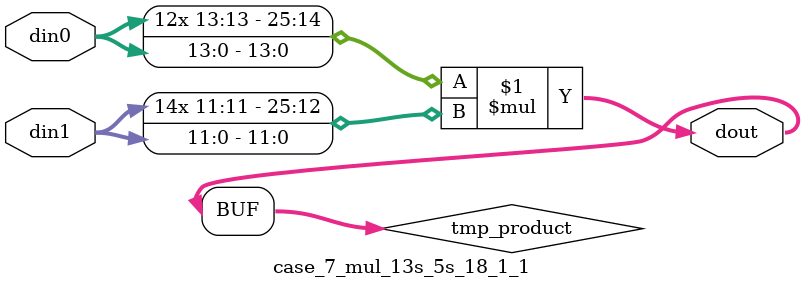
<source format=v>

`timescale 1 ns / 1 ps

 (* use_dsp = "no" *)  module case_7_mul_13s_5s_18_1_1(din0, din1, dout);
parameter ID = 1;
parameter NUM_STAGE = 0;
parameter din0_WIDTH = 14;
parameter din1_WIDTH = 12;
parameter dout_WIDTH = 26;

input [din0_WIDTH - 1 : 0] din0; 
input [din1_WIDTH - 1 : 0] din1; 
output [dout_WIDTH - 1 : 0] dout;

wire signed [dout_WIDTH - 1 : 0] tmp_product;



























assign tmp_product = $signed(din0) * $signed(din1);








assign dout = tmp_product;





















endmodule

</source>
